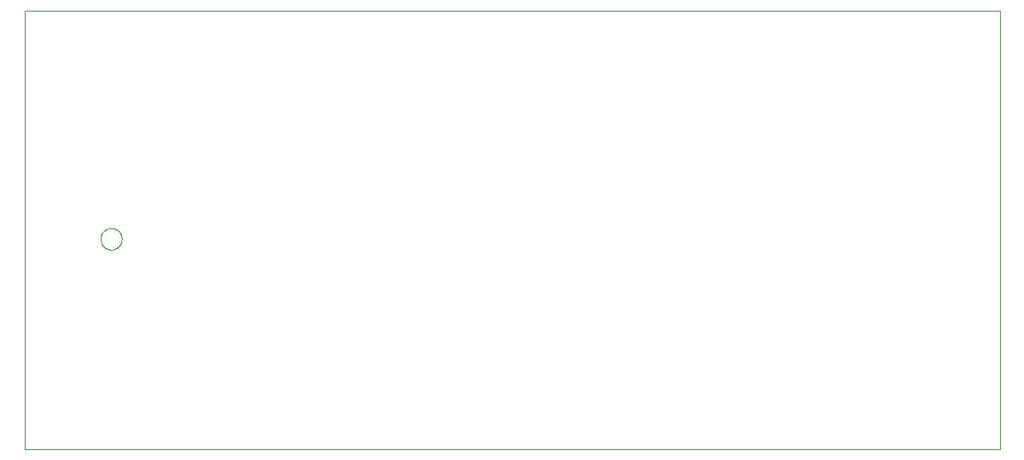
<source format=gbo>
G75*
%MOIN*%
%OFA0B0*%
%FSLAX25Y25*%
%IPPOS*%
%LPD*%
%AMOC8*
5,1,8,0,0,1.08239X$1,22.5*
%
%ADD10C,0.00000*%
D10*
X0007370Y0040620D02*
X0007370Y0217785D01*
X0401071Y0217785D01*
X0401071Y0040620D01*
X0007370Y0040620D01*
X0038039Y0125581D02*
X0038041Y0125712D01*
X0038047Y0125844D01*
X0038057Y0125975D01*
X0038071Y0126106D01*
X0038089Y0126236D01*
X0038111Y0126365D01*
X0038136Y0126494D01*
X0038166Y0126622D01*
X0038200Y0126749D01*
X0038237Y0126876D01*
X0038278Y0127000D01*
X0038323Y0127124D01*
X0038372Y0127246D01*
X0038424Y0127367D01*
X0038480Y0127485D01*
X0038540Y0127603D01*
X0038603Y0127718D01*
X0038670Y0127831D01*
X0038740Y0127943D01*
X0038813Y0128052D01*
X0038889Y0128158D01*
X0038969Y0128263D01*
X0039052Y0128365D01*
X0039138Y0128464D01*
X0039227Y0128561D01*
X0039319Y0128655D01*
X0039414Y0128746D01*
X0039511Y0128835D01*
X0039611Y0128920D01*
X0039714Y0129002D01*
X0039819Y0129081D01*
X0039926Y0129157D01*
X0040036Y0129229D01*
X0040148Y0129298D01*
X0040262Y0129364D01*
X0040377Y0129426D01*
X0040495Y0129485D01*
X0040614Y0129540D01*
X0040735Y0129592D01*
X0040858Y0129639D01*
X0040982Y0129683D01*
X0041107Y0129724D01*
X0041233Y0129760D01*
X0041361Y0129793D01*
X0041489Y0129821D01*
X0041618Y0129846D01*
X0041748Y0129867D01*
X0041878Y0129884D01*
X0042009Y0129897D01*
X0042140Y0129906D01*
X0042271Y0129911D01*
X0042403Y0129912D01*
X0042534Y0129909D01*
X0042666Y0129902D01*
X0042797Y0129891D01*
X0042927Y0129876D01*
X0043057Y0129857D01*
X0043187Y0129834D01*
X0043315Y0129808D01*
X0043443Y0129777D01*
X0043570Y0129742D01*
X0043696Y0129704D01*
X0043820Y0129662D01*
X0043944Y0129616D01*
X0044065Y0129566D01*
X0044185Y0129513D01*
X0044304Y0129456D01*
X0044421Y0129396D01*
X0044535Y0129332D01*
X0044648Y0129264D01*
X0044759Y0129193D01*
X0044868Y0129119D01*
X0044974Y0129042D01*
X0045078Y0128961D01*
X0045179Y0128878D01*
X0045278Y0128791D01*
X0045374Y0128701D01*
X0045467Y0128608D01*
X0045558Y0128513D01*
X0045645Y0128415D01*
X0045730Y0128314D01*
X0045811Y0128211D01*
X0045889Y0128105D01*
X0045964Y0127997D01*
X0046036Y0127887D01*
X0046104Y0127775D01*
X0046169Y0127661D01*
X0046230Y0127544D01*
X0046288Y0127426D01*
X0046342Y0127306D01*
X0046393Y0127185D01*
X0046440Y0127062D01*
X0046483Y0126938D01*
X0046522Y0126813D01*
X0046558Y0126686D01*
X0046589Y0126558D01*
X0046617Y0126430D01*
X0046641Y0126301D01*
X0046661Y0126171D01*
X0046677Y0126040D01*
X0046689Y0125909D01*
X0046697Y0125778D01*
X0046701Y0125647D01*
X0046701Y0125515D01*
X0046697Y0125384D01*
X0046689Y0125253D01*
X0046677Y0125122D01*
X0046661Y0124991D01*
X0046641Y0124861D01*
X0046617Y0124732D01*
X0046589Y0124604D01*
X0046558Y0124476D01*
X0046522Y0124349D01*
X0046483Y0124224D01*
X0046440Y0124100D01*
X0046393Y0123977D01*
X0046342Y0123856D01*
X0046288Y0123736D01*
X0046230Y0123618D01*
X0046169Y0123501D01*
X0046104Y0123387D01*
X0046036Y0123275D01*
X0045964Y0123165D01*
X0045889Y0123057D01*
X0045811Y0122951D01*
X0045730Y0122848D01*
X0045645Y0122747D01*
X0045558Y0122649D01*
X0045467Y0122554D01*
X0045374Y0122461D01*
X0045278Y0122371D01*
X0045179Y0122284D01*
X0045078Y0122201D01*
X0044974Y0122120D01*
X0044868Y0122043D01*
X0044759Y0121969D01*
X0044648Y0121898D01*
X0044536Y0121830D01*
X0044421Y0121766D01*
X0044304Y0121706D01*
X0044185Y0121649D01*
X0044065Y0121596D01*
X0043944Y0121546D01*
X0043820Y0121500D01*
X0043696Y0121458D01*
X0043570Y0121420D01*
X0043443Y0121385D01*
X0043315Y0121354D01*
X0043187Y0121328D01*
X0043057Y0121305D01*
X0042927Y0121286D01*
X0042797Y0121271D01*
X0042666Y0121260D01*
X0042534Y0121253D01*
X0042403Y0121250D01*
X0042271Y0121251D01*
X0042140Y0121256D01*
X0042009Y0121265D01*
X0041878Y0121278D01*
X0041748Y0121295D01*
X0041618Y0121316D01*
X0041489Y0121341D01*
X0041361Y0121369D01*
X0041233Y0121402D01*
X0041107Y0121438D01*
X0040982Y0121479D01*
X0040858Y0121523D01*
X0040735Y0121570D01*
X0040614Y0121622D01*
X0040495Y0121677D01*
X0040377Y0121736D01*
X0040262Y0121798D01*
X0040148Y0121864D01*
X0040036Y0121933D01*
X0039926Y0122005D01*
X0039819Y0122081D01*
X0039714Y0122160D01*
X0039611Y0122242D01*
X0039511Y0122327D01*
X0039414Y0122416D01*
X0039319Y0122507D01*
X0039227Y0122601D01*
X0039138Y0122698D01*
X0039052Y0122797D01*
X0038969Y0122899D01*
X0038889Y0123004D01*
X0038813Y0123110D01*
X0038740Y0123219D01*
X0038670Y0123331D01*
X0038603Y0123444D01*
X0038540Y0123559D01*
X0038480Y0123677D01*
X0038424Y0123795D01*
X0038372Y0123916D01*
X0038323Y0124038D01*
X0038278Y0124162D01*
X0038237Y0124286D01*
X0038200Y0124413D01*
X0038166Y0124540D01*
X0038136Y0124668D01*
X0038111Y0124797D01*
X0038089Y0124926D01*
X0038071Y0125056D01*
X0038057Y0125187D01*
X0038047Y0125318D01*
X0038041Y0125450D01*
X0038039Y0125581D01*
M02*

</source>
